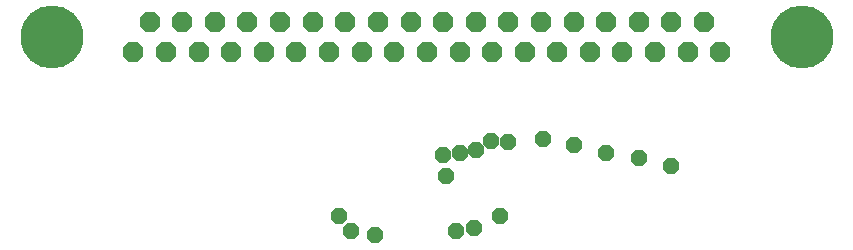
<source format=gbs>
G75*
%MOIN*%
%OFA0B0*%
%FSLAX25Y25*%
%IPPOS*%
%LPD*%
%AMOC8*
5,1,8,0,0,1.08239X$1,22.5*
%
%ADD10OC8,0.06984*%
%ADD11C,0.20984*%
%ADD12OC8,0.05346*%
D10*
X0056802Y0124239D03*
X0067702Y0124239D03*
X0078502Y0124239D03*
X0089402Y0124239D03*
X0100302Y0124239D03*
X0111102Y0124239D03*
X0122002Y0124239D03*
X0132902Y0124239D03*
X0143702Y0124239D03*
X0154602Y0124239D03*
X0165502Y0124239D03*
X0176302Y0124239D03*
X0187202Y0124239D03*
X0198102Y0124239D03*
X0209002Y0124239D03*
X0219802Y0124239D03*
X0230702Y0124239D03*
X0241602Y0124239D03*
X0252402Y0124239D03*
X0247002Y0134239D03*
X0236102Y0134239D03*
X0225302Y0134239D03*
X0214402Y0134239D03*
X0203502Y0134239D03*
X0192702Y0134239D03*
X0181802Y0134239D03*
X0170902Y0134239D03*
X0160002Y0134239D03*
X0149202Y0134239D03*
X0138302Y0134239D03*
X0127402Y0134239D03*
X0116602Y0134239D03*
X0105702Y0134239D03*
X0094802Y0134239D03*
X0084002Y0134239D03*
X0073102Y0134239D03*
X0062202Y0134239D03*
D11*
X0029602Y0129239D03*
X0279602Y0129239D03*
D12*
X0125469Y0069554D03*
X0129406Y0064830D03*
X0137280Y0063255D03*
X0164445Y0064830D03*
X0170350Y0065617D03*
X0179012Y0069554D03*
X0160902Y0082940D03*
X0160114Y0090026D03*
X0165626Y0090814D03*
X0171138Y0091601D03*
X0175862Y0094751D03*
X0181802Y0094392D03*
X0193185Y0095538D03*
X0203502Y0093257D03*
X0214402Y0090771D03*
X0225302Y0089073D03*
X0236102Y0086487D03*
M02*

</source>
